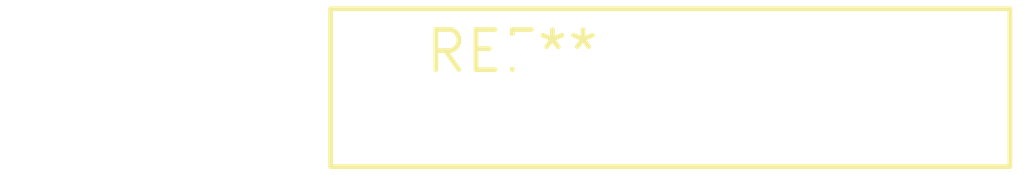
<source format=kicad_pcb>
(kicad_pcb (version 20240108) (generator pcbnew)
  (layers (0 "F.Cu" signal) (31 "B.Cu" signal) (34 "B.Paste" user) (35 "F.Paste" user) (36 "B.SilkS" user "B.Silkscreen") (37 "F.SilkS" user "F.Silkscreen") (38 "B.Mask" user) (39 "F.Mask" user) (44 "Edge.Cuts" user))
  (net 0 "")
  (footprint "RV_Disc_D21.5mm_W5mm_P10mm" (layer "F.Cu") (at 0 0)
    (property "Reference" "REF**")
    (property "Value" "RV_Disc_D21.5mm_W5mm_P10mm")
    (fp_line (start -5.75 -1.35) (end -5.75 3.65) (layer "F.SilkS") (stroke (width 0.15)))
    (fp_line (start -5.75 -1.35) (end 15.75 -1.35) (layer "F.SilkS") (stroke (width 0.15)))
    (fp_line (start -5.75 3.65) (end 15.75 3.65) (layer "F.SilkS") (stroke (width 0.15)))
    (fp_line (start 15.75 -1.35) (end 15.75 3.65) (layer "F.SilkS") (stroke (width 0.15)))
    (pad "1" thru_hole circle (at 0 0) (size 2 2) (drill 1) (layers *.Cu *.Mask) (remove_unused_layers))
    (pad "2" thru_hole circle (at 10 2.3) (size 2 2) (drill 1) (layers *.Cu *.Mask) (remove_unused_layers))
  )
)
</source>
